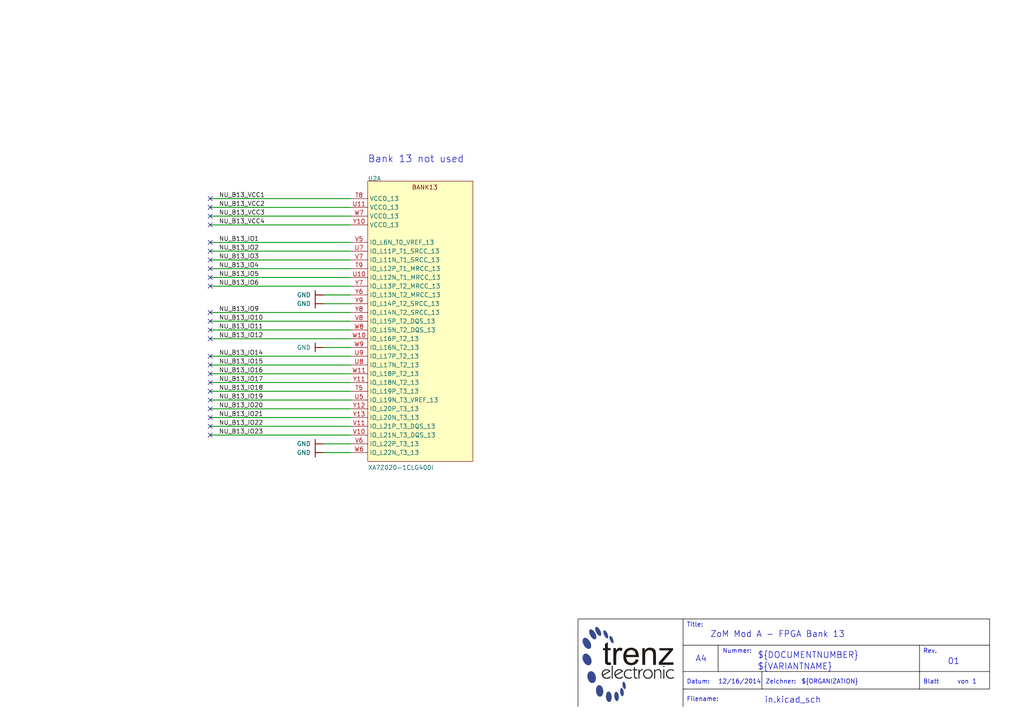
<source format=kicad_sch>
(kicad_sch (version 20230121) (generator eeschema)
  (paper "A4")
  (title_block (title "ZoM Mod A - FPGA Bank 13") (date "12/16/2014") (rev "01"))
  (lib_symbols
    (symbol "TE0719-altium-import:B13_0_XC7Z020-2CLG400C"
      (symbol "B13_0_XC7Z020-2CLG400C_1_0"
        (rectangle (start 30.48 0) (end 0 -81.28) (fill (type background)))
        (text "BANK13" (at 20.32 -2.54 0) (effects (font (size 1.27 1.27)) (justify right bottom)))
        (pin bidirectional line (at -5.08 -60.96 0) (length 5.08) (name "IO_L19P_T3_13") (number "T5"))
        (pin power_in line (at -5.08 -5.08 0) (length 5.08) (name "VCCO_13") (number "T8"))
        (pin bidirectional line (at -5.08 -25.4 0) (length 5.08) (name "IO_L12P_T1_MRCC_13") (number "T9"))
        (pin bidirectional line (at -5.08 -27.94 0) (length 5.08) (name "IO_L12N_T1_MRCC_13") (number "U10"))
        (pin power_in line (at -5.08 -7.62 0) (length 5.08) (name "VCCO_13") (number "U11"))
        (pin bidirectional line (at -5.08 -63.5 0) (length 5.08) (name "IO_L19N_T3_VREF_13") (number "U5"))
        (pin bidirectional line (at -5.08 -20.32 0) (length 5.08) (name "IO_L11P_T1_SRCC_13") (number "U7"))
        (pin bidirectional line (at -5.08 -53.34 0) (length 5.08) (name "IO_L17N_T2_13") (number "U8"))
        (pin bidirectional line (at -5.08 -50.8 0) (length 5.08) (name "IO_L17P_T2_13") (number "U9"))
        (pin bidirectional line (at -5.08 -73.66 0) (length 5.08) (name "IO_L21N_T3_DQS_13") (number "V10"))
        (pin bidirectional line (at -5.08 -71.12 0) (length 5.08) (name "IO_L21P_T3_DQS_13") (number "V11"))
        (pin bidirectional line (at -5.08 -17.78 0) (length 5.08) (name "IO_L6N_T0_VREF_13") (number "V5"))
        (pin bidirectional line (at -5.08 -76.2 0) (length 5.08) (name "IO_L22P_T3_13") (number "V6"))
        (pin bidirectional line (at -5.08 -22.86 0) (length 5.08) (name "IO_L11N_T1_SRCC_13") (number "V7"))
        (pin bidirectional line (at -5.08 -40.64 0) (length 5.08) (name "IO_L15P_T2_DQS_13") (number "V8"))
        (pin bidirectional line (at -5.08 -45.72 0) (length 5.08) (name "IO_L16P_T2_13") (number "W10"))
        (pin bidirectional line (at -5.08 -55.88 0) (length 5.08) (name "IO_L18P_T2_13") (number "W11"))
        (pin bidirectional line (at -5.08 -78.74 0) (length 5.08) (name "IO_L22N_T3_13") (number "W6"))
        (pin power_in line (at -5.08 -10.16 0) (length 5.08) (name "VCCO_13") (number "W7"))
        (pin bidirectional line (at -5.08 -43.18 0) (length 5.08) (name "IO_L15N_T2_DQS_13") (number "W8"))
        (pin bidirectional line (at -5.08 -48.26 0) (length 5.08) (name "IO_L16N_T2_13") (number "W9"))
        (pin power_in line (at -5.08 -12.7 0) (length 5.08) (name "VCCO_13") (number "Y10"))
        (pin bidirectional line (at -5.08 -58.42 0) (length 5.08) (name "IO_L18N_T2_13") (number "Y11"))
        (pin bidirectional line (at -5.08 -66.04 0) (length 5.08) (name "IO_L20P_T3_13") (number "Y12"))
        (pin bidirectional line (at -5.08 -68.58 0) (length 5.08) (name "IO_L20N_T3_13") (number "Y13"))
        (pin bidirectional line (at -5.08 -33.02 0) (length 5.08) (name "IO_L13N_T2_MRCC_13") (number "Y6"))
        (pin bidirectional line (at -5.08 -30.48 0) (length 5.08) (name "IO_L13P_T2_MRCC_13") (number "Y7"))
        (pin bidirectional line (at -5.08 -38.1 0) (length 5.08) (name "IO_L14N_T2_SRCC_13") (number "Y8"))
        (pin bidirectional line (at -5.08 -35.56 0) (length 5.08) (name "IO_L14P_T2_SRCC_13") (number "Y9"))
      )
      (symbol "B13_0_XC7Z020-2CLG400C_2_0"
        (rectangle (start 58.42 0) (end 0 -81.28) (fill (type background)))
        (text "BANK34" (at 33.02 -2.54 0) (effects (font (size 1.27 1.27)) (justify right bottom)))
        (pin bidirectional line (at 63.5 -71.12 180) (length 5.08) (name "IO_L23P_T3_34") (number "N17"))
        (pin bidirectional line (at 63.5 -20.32 180) (length 5.08) (name "IO_L13P_T2_MRCC_34") (number "N18"))
        (pin power_in line (at -5.08 -5.08 0) (length 5.08) (name "VCCO_34") (number "N19"))
        (pin bidirectional line (at 63.5 -25.4 180) (length 5.08) (name "IO_L14P_T2_SRCC_34") (number "N20"))
        (pin bidirectional line (at -5.08 -60.96 0) (length 5.08) (name "IO_L6P_T0_34") (number "P14"))
        (pin bidirectional line (at 63.5 -76.2 180) (length 5.08) (name "IO_L24P_T3_34") (number "P15"))
        (pin bidirectional line (at 63.5 -78.74 180) (length 5.08) (name "IO_L24N_T3_34") (number "P16"))
        (pin bidirectional line (at 63.5 -73.66 180) (length 5.08) (name "IO_L23N_T3_34") (number "P18"))
        (pin bidirectional line (at 63.5 -22.86 180) (length 5.08) (name "IO_L13N_T2_MRCC_34") (number "P19"))
        (pin bidirectional line (at 63.5 -27.94 180) (length 5.08) (name "IO_L14N_T2_SRCC_34") (number "P20"))
        (pin bidirectional line (at -5.08 -63.5 0) (length 5.08) (name "IO_L6N_T0_VREF_34") (number "R14"))
        (pin power_in line (at -5.08 -7.62 0) (length 5.08) (name "VCCO_34") (number "R15"))
        (pin bidirectional line (at 63.5 -50.8 180) (length 5.08) (name "IO_L19P_T3_34") (number "R16"))
        (pin bidirectional line (at 63.5 -53.34 180) (length 5.08) (name "IO_L19N_T3_VREF_34") (number "R17"))
        (pin bidirectional line (at 63.5 -58.42 180) (length 5.08) (name "IO_L20N_T3_34") (number "R18"))
        (pin bidirectional line (at -5.08 -25.4 0) (length 5.08) (name "IO_0_34") (number "R19"))
        (pin bidirectional line (at -5.08 -38.1 0) (length 5.08) (name "IO_L1N_T0_34") (number "T10"))
        (pin bidirectional line (at -5.08 -35.56 0) (length 5.08) (name "IO_L1P_T0_34") (number "T11"))
        (pin bidirectional line (at -5.08 -40.64 0) (length 5.08) (name "IO_L2P_T0_34") (number "T12"))
        (pin bidirectional line (at -5.08 -55.88 0) (length 5.08) (name "IO_L5P_T0_34") (number "T14"))
        (pin bidirectional line (at -5.08 -58.42 0) (length 5.08) (name "IO_L5N_T0_34") (number "T15"))
        (pin bidirectional line (at -5.08 -76.2 0) (length 5.08) (name "IO_L9P_T1_DQS_34") (number "T16"))
        (pin bidirectional line (at 63.5 -55.88 180) (length 5.08) (name "IO_L20P_T3_34") (number "T17"))
        (pin power_in line (at -5.08 -10.16 0) (length 5.08) (name "VCCO_34") (number "T18"))
        (pin bidirectional line (at -5.08 -30.48 0) (length 5.08) (name "IO_25_34") (number "T19"))
        (pin bidirectional line (at 63.5 -30.48 180) (length 5.08) (name "IO_L15P_T2_DQS_34") (number "T20"))
        (pin bidirectional line (at -5.08 -43.18 0) (length 5.08) (name "IO_L2N_T0_34") (number "U12"))
        (pin bidirectional line (at -5.08 -45.72 0) (length 5.08) (name "IO_L3P_T0_DQS_PUDC_B_34") (number "U13"))
        (pin bidirectional line (at 63.5 -10.16 180) (length 5.08) (name "IO_L11P_T1_SRCC_34") (number "U14"))
        (pin bidirectional line (at 63.5 -12.7 180) (length 5.08) (name "IO_L11N_T1_SRCC_34") (number "U15"))
        (pin bidirectional line (at -5.08 -78.74 0) (length 5.08) (name "IO_L9N_T1_DQS_34") (number "U17"))
        (pin bidirectional line (at 63.5 -15.24 180) (length 5.08) (name "IO_L12P_T1_MRCC_34") (number "U18"))
        (pin bidirectional line (at 63.5 -17.78 180) (length 5.08) (name "IO_L12N_T1_MRCC_34") (number "U19"))
        (pin bidirectional line (at 63.5 -33.02 180) (length 5.08) (name "IO_L15N_T2_DQS_34") (number "U20"))
        (pin bidirectional line (at -5.08 -50.8 0) (length 5.08) (name "IO_L4P_T0_34") (number "V12"))
        (pin bidirectional line (at -5.08 -48.26 0) (length 5.08) (name "IO_L3N_T0_DQS_34") (number "V13"))
        (pin power_in line (at -5.08 -12.7 0) (length 5.08) (name "VCCO_34") (number "V14"))
        (pin bidirectional line (at 63.5 -5.08 180) (length 5.08) (name "IO_L10P_T1_34") (number "V15"))
        (pin bidirectional line (at 63.5 -45.72 180) (length 5.08) (name "IO_L18P_T2_34") (number "V16"))
        (pin bidirectional line (at 63.5 -60.96 180) (length 5.08) (name "IO_L21P_T3_DQS_34") (number "V17"))
        (pin bidirectional line (at 63.5 -63.5 180) (length 5.08) (name "IO_L21N_T3_DQS_34") (number "V18"))
        (pin bidirectional line (at 63.5 -35.56 180) (length 5.08) (name "IO_L16P_T2_34") (number "V20"))
        (pin bidirectional line (at -5.08 -53.34 0) (length 5.08) (name "IO_L4N_T0_34") (number "W13"))
        (pin bidirectional line (at -5.08 -71.12 0) (length 5.08) (name "IO_L8P_T1_34") (number "W14"))
        (pin bidirectional line (at 63.5 -7.62 180) (length 5.08) (name "IO_L10N_T1_34") (number "W15"))
        (pin bidirectional line (at 63.5 -48.26 180) (length 5.08) (name "IO_L18N_T2_34") (number "W16"))
        (pin power_in line (at -5.08 -15.24 0) (length 5.08) (name "VCCO_34") (number "W17"))
        (pin bidirectional line (at 63.5 -66.04 180) (length 5.08) (name "IO_L22P_T3_34") (number "W18"))
        (pin bidirectional line (at 63.5 -68.58 180) (length 5.08) (name "IO_L22N_T3_34") (number "W19"))
        (pin bidirectional line (at 63.5 -38.1 180) (length 5.08) (name "IO_L16N_T2_34") (number "W20"))
        (pin bidirectional line (at -5.08 -73.66 0) (length 5.08) (name "IO_L8N_T1_34") (number "Y14"))
        (pin bidirectional line (at -5.08 -66.04 0) (length 5.08) (name "IO_L7P_T1_34") (number "Y16"))
        (pin bidirectional line (at -5.08 -68.58 0) (length 5.08) (name "IO_L7N_T1_34") (number "Y17"))
        (pin bidirectional line (at 63.5 -40.64 180) (length 5.08) (name "IO_L17P_T2_34") (number "Y18"))
        (pin bidirectional line (at 63.5 -43.18 180) (length 5.08) (name "IO_L17N_T2_34") (number "Y19"))
        (pin power_in line (at -5.08 -17.78 0) (length 5.08) (name "VCCO_34") (number "Y20"))
      )
      (symbol "B13_0_XC7Z020-2CLG400C_3_0"
        (rectangle (start 58.42 0) (end 0 -81.28) (fill (type background)))
        (text "BANK35" (at 33.02 -2.54 0) (effects (font (size 1.27 1.27)) (justify right bottom)))
        (pin bidirectional line (at -5.08 -43.18 0) (length 5.08) (name "IO_L2N_T0_AD8N_35") (number "A20"))
        (pin bidirectional line (at -5.08 -40.64 0) (length 5.08) (name "IO_L2P_T0_AD8P_35") (number "B19"))
        (pin bidirectional line (at -5.08 -38.1 0) (length 5.08) (name "IO_L1N_T0_AD0N_35") (number "B20"))
        (pin power_in line (at -5.08 -5.08 0) (length 5.08) (name "VCCO_35") (number "C19"))
        (pin bidirectional line (at -5.08 -35.56 0) (length 5.08) (name "IO_L1P_T0_AD0P_35") (number "C20"))
        (pin bidirectional line (at -5.08 -48.26 0) (length 5.08) (name "IO_L3N_T0_DQS_AD1N_35") (number "D18"))
        (pin bidirectional line (at -5.08 -50.8 0) (length 5.08) (name "IO_L4P_T0_35") (number "D19"))
        (pin bidirectional line (at -5.08 -53.34 0) (length 5.08) (name "IO_L4N_T0_35") (number "D20"))
        (pin bidirectional line (at -5.08 -45.72 0) (length 5.08) (name "IO_L3P_T0_DQS_AD1P_35") (number "E17"))
        (pin bidirectional line (at -5.08 -55.88 0) (length 5.08) (name "IO_L5P_T0_AD9P_35") (number "E18"))
        (pin bidirectional line (at -5.08 -58.42 0) (length 5.08) (name "IO_L5N_T0_AD9N_35") (number "E19"))
        (pin bidirectional line (at -5.08 -60.96 0) (length 5.08) (name "IO_L6P_T0_35") (number "F16"))
        (pin bidirectional line (at -5.08 -63.5 0) (length 5.08) (name "IO_L6N_T0_VREF_35") (number "F17"))
        (pin power_in line (at -5.08 -7.62 0) (length 5.08) (name "VCCO_35") (number "F18"))
        (pin bidirectional line (at 63.5 -30.48 180) (length 5.08) (name "IO_L15P_T2_DQS_AD12P_35") (number "F19"))
        (pin bidirectional line (at 63.5 -33.02 180) (length 5.08) (name "IO_L15N_T2_DQS_AD12N_35") (number "F20"))
        (pin bidirectional line (at -5.08 -25.4 0) (length 5.08) (name "IO_0_35") (number "G14"))
        (pin bidirectional line (at 63.5 -53.34 180) (length 5.08) (name "IO_L19N_T3_VREF_35") (number "G15"))
        (pin bidirectional line (at 63.5 -35.56 180) (length 5.08) (name "IO_L16P_T2_35") (number "G17"))
        (pin bidirectional line (at 63.5 -38.1 180) (length 5.08) (name "IO_L16N_T2_35") (number "G18"))
        (pin bidirectional line (at 63.5 -45.72 180) (length 5.08) (name "IO_L18P_T2_AD13P_35") (number "G19"))
        (pin bidirectional line (at 63.5 -48.26 180) (length 5.08) (name "IO_L18N_T2_AD13N_35") (number "G20"))
        (pin power_in line (at -5.08 -10.16 0) (length 5.08) (name "VCCO_35") (number "H14"))
        (pin bidirectional line (at 63.5 -50.8 180) (length 5.08) (name "IO_L19P_T3_35") (number "H15"))
        (pin bidirectional line (at 63.5 -20.32 180) (length 5.08) (name "IO_L13P_T2_MRCC_35") (number "H16"))
        (pin bidirectional line (at 63.5 -22.86 180) (length 5.08) (name "IO_L13N_T2_MRCC_35") (number "H17"))
        (pin bidirectional line (at 63.5 -27.94 180) (length 5.08) (name "IO_L14N_T2_AD4N_SRCC_35") (number "H18"))
        (pin bidirectional line (at 63.5 -43.18 180) (length 5.08) (name "IO_L17N_T2_AD5N_35") (number "H20"))
        (pin bidirectional line (at 63.5 -58.42 180) (length 5.08) (name "IO_L20N_T3_AD6N_35") (number "J14"))
        (pin bidirectional line (at -5.08 -30.48 0) (length 5.08) (name "IO_25_35") (number "J15"))
        (pin bidirectional line (at 63.5 -78.74 180) (length 5.08) (name "IO_L24N_T3_AD15N_35") (number "J16"))
        (pin power_in line (at -5.08 -12.7 0) (length 5.08) (name "VCCO_35") (number "J17"))
        (pin bidirectional line (at 63.5 -25.4 180) (length 5.08) (name "IO_L14P_T2_AD4P_SRCC_35") (number "J18"))
        (pin bidirectional line (at 63.5 -7.62 180) (length 5.08) (name "IO_L10N_T1_AD11N_35") (number "J19"))
        (pin bidirectional line (at 63.5 -40.64 180) (length 5.08) (name "IO_L17P_T2_AD5P_35") (number "J20"))
        (pin bidirectional line (at 63.5 -55.88 180) (length 5.08) (name "IO_L20P_T3_AD6P_35") (number "K14"))
        (pin bidirectional line (at 63.5 -76.2 180) (length 5.08) (name "IO_L24P_T3_AD15P_35") (number "K16"))
        (pin bidirectional line (at 63.5 -15.24 180) (length 5.08) (name "IO_L12P_T1_MRCC_35") (number "K17"))
        (pin bidirectional line (at 63.5 -17.78 180) (length 5.08) (name "IO_L12N_T1_MRCC_35") (number "K18"))
        (pin bidirectional line (at 63.5 -5.08 180) (length 5.08) (name "IO_L10P_T1_AD11P_35") (number "K19"))
        (pin power_in line (at -5.08 -15.24 0) (length 5.08) (name "VCCO_35") (number "K20"))
        (pin bidirectional line (at 63.5 -66.04 180) (length 5.08) (name "IO_L22P_T3_AD7P_35") (number "L14"))
        (pin bidirectional line (at 63.5 -68.58 180) (length 5.08) (name "IO_L22N_T3_AD7N_35") (number "L15"))
        (pin bidirectional line (at 63.5 -10.16 180) (length 5.08) (name "IO_L11P_T1_SRCC_35") (number "L16"))
        (pin bidirectional line (at 63.5 -12.7 180) (length 5.08) (name "IO_L11N_T1_SRCC_35") (number "L17"))
        (pin bidirectional line (at -5.08 -76.2 0) (length 5.08) (name "IO_L9P_T1_DQS_AD3P_35") (number "L19"))
        (pin bidirectional line (at -5.08 -78.74 0) (length 5.08) (name "IO_L9N_T1_DQS_AD3N_35") (number "L20"))
        (pin bidirectional line (at 63.5 -71.12 180) (length 5.08) (name "IO_L23P_T3_35") (number "M14"))
        (pin bidirectional line (at 63.5 -73.66 180) (length 5.08) (name "IO_L23N_T3_35") (number "M15"))
        (pin power_in line (at -5.08 -17.78 0) (length 5.08) (name "VCCO_35") (number "M16"))
        (pin bidirectional line (at -5.08 -71.12 0) (length 5.08) (name "IO_L8P_T1_AD10P_35") (number "M17"))
        (pin bidirectional line (at -5.08 -73.66 0) (length 5.08) (name "IO_L8N_T1_AD10N_35") (number "M18"))
        (pin bidirectional line (at -5.08 -66.04 0) (length 5.08) (name "IO_L7P_T1_AD2P_35") (number "M19"))
        (pin bidirectional line (at -5.08 -68.58 0) (length 5.08) (name "IO_L7N_T1_AD2N_35") (number "M20"))
        (pin bidirectional line (at 63.5 -60.96 180) (length 5.08) (name "IO_L21P_T3_DQS_AD14P_35") (number "N15"))
        (pin bidirectional line (at 63.5 -63.5 180) (length 5.08) (name "IO_L21N_T3_DQS_AD14N_35") (number "N16"))
      )
      (symbol "B13_0_XC7Z020-2CLG400C_4_0"
        (rectangle (start 45.72 0) (end 0 -35.56) (fill (type background)))
        (text "BANK500" (at 27.94 -2.54 0) (effects (font (size 1.27 1.27)) (justify right bottom)))
        (pin bidirectional line (at 50.8 -10.16 180) (length 5.08) (name "PS_MIO6_500") (number "A5"))
        (pin bidirectional line (at 50.8 -7.62 180) (length 5.08) (name "PS_MIO5_500") (number "A6"))
        (pin bidirectional line (at -5.08 -27.94 0) (length 5.08) (name "PS_MIO1_500") (number "A7"))
        (pin bidirectional line (at 50.8 -17.78 180) (length 5.08) (name "PS_MIO9_500") (number "B5"))
        (pin power_in line (at -5.08 -5.08 0) (length 5.08) (name "VCCO_MIO0_500") (number "B6"))
        (pin bidirectional line (at 50.8 -5.08 180) (length 5.08) (name "PS_MIO4_500") (number "B7"))
        (pin bidirectional line (at -5.08 -30.48 0) (length 5.08) (name "PS_MIO2_500") (number "B8"))
        (pin bidirectional line (at 50.8 -30.48 180) (length 5.08) (name "PS_MIO14_500") (number "C5"))
        (pin bidirectional line (at 50.8 -22.86 180) (length 5.08) (name "PS_MIO11_500") (number "C6"))
        (pin input line (at -5.08 -17.78 0) (length 5.08) (name "PS_POR_B_500") (number "C7"))
        (pin bidirectional line (at 50.8 -33.02 180) (length 5.08) (name "PS_MIO15_500") (number "C8"))
        (pin bidirectional line (at 50.8 -15.24 180) (length 5.08) (name "PS_MIO8_500") (number "D5"))
        (pin bidirectional line (at -5.08 -33.02 0) (length 5.08) (name "PS_MIO3_500") (number "D6"))
        (pin power_in line (at -5.08 -7.62 0) (length 5.08) (name "VCCO_MIO0_500") (number "D7"))
        (pin bidirectional line (at 50.8 -12.7 180) (length 5.08) (name "PS_MIO7_500") (number "D8"))
        (pin bidirectional line (at 50.8 -25.4 180) (length 5.08) (name "PS_MIO12_500") (number "D9"))
        (pin bidirectional line (at -5.08 -25.4 0) (length 5.08) (name "PS_MIO0_500") (number "E6"))
        (pin input line (at -5.08 -12.7 0) (length 5.08) (name "PS_CLK_500") (number "E7"))
        (pin bidirectional line (at 50.8 -27.94 180) (length 5.08) (name "PS_MIO13_500") (number "E8"))
        (pin bidirectional line (at 50.8 -20.32 180) (length 5.08) (name "PS_MIO10_500") (number "E9"))
      )
      (symbol "B13_0_XC7Z020-2CLG400C_5_0"
        (rectangle (start 50.8 0) (end 0 -66.04) (fill (type background)))
        (text "BANK501" (at 30.48 -2.54 0) (effects (font (size 1.27 1.27)) (justify right bottom)))
        (pin bidirectional line (at 55.88 -22.86 180) (length 5.08) (name "PS_MIO37_501") (number "A10"))
        (pin bidirectional line (at 55.88 -20.32 180) (length 5.08) (name "PS_MIO36_501") (number "A11"))
        (pin bidirectional line (at 55.88 -15.24 180) (length 5.08) (name "PS_MIO34_501") (number "A12"))
        (pin power_in line (at -5.08 -5.08 0) (length 5.08) (name "VCCO_MIO1_501") (number "A13"))
        (pin bidirectional line (at 55.88 -10.16 180) (length 5.08) (name "PS_MIO32_501") (number "A14"))
        (pin bidirectional line (at -5.08 -55.88 0) (length 5.08) (name "PS_MIO26_501") (number "A15"))
        (pin bidirectional line (at -5.08 -50.8 0) (length 5.08) (name "PS_MIO24_501") (number "A16"))
        (pin bidirectional line (at -5.08 -40.64 0) (length 5.08) (name "PS_MIO20_501") (number "A17"))
        (pin bidirectional line (at -5.08 -30.48 0) (length 5.08) (name "PS_MIO16_501") (number "A19"))
        (pin bidirectional line (at 55.88 -38.1 180) (length 5.08) (name "PS_MIO43_501") (number "A9"))
        (pin passive line (at -5.08 -22.86 0) (length 5.08) (name "PS_SRST_B_501") (number "B10"))
        (pin bidirectional line (at 55.88 -50.8 180) (length 5.08) (name "PS_MIO48_501") (number "B12"))
        (pin bidirectional line (at 55.88 -55.88 180) (length 5.08) (name "PS_MIO50_501") (number "B13"))
        (pin bidirectional line (at 55.88 -48.26 180) (length 5.08) (name "PS_MIO47_501") (number "B14"))
        (pin bidirectional line (at 55.88 -43.18 180) (length 5.08) (name "PS_MIO45_501") (number "B15"))
        (pin power_in line (at -5.08 -7.62 0) (length 5.08) (name "VCCO_MIO1_501") (number "B16"))
        (pin bidirectional line (at -5.08 -45.72 0) (length 5.08) (name "PS_MIO22_501") (number "B17"))
        (pin bidirectional line (at -5.08 -35.56 0) (length 5.08) (name "PS_MIO18_501") (number "B18"))
        (pin bidirectional line (at 55.88 -58.42 180) (length 5.08) (name "PS_MIO51_501") (number "B9"))
        (pin bidirectional line (at 55.88 -60.96 180) (length 5.08) (name "PS_MIO52_501") (number "C10"))
        (pin bidirectional line (at 55.88 -63.5 180) (length 5.08) (name "PS_MIO53_501") (number "C11"))
        (pin bidirectional line (at 55.88 -53.34 180) (length 5.08) (name "PS_MIO49_501") (number "C12"))
        (pin bidirectional line (at -5.08 -63.5 0) (length 5.08) (name "PS_MIO29_501") (number "C13"))
        (pin bidirectional line (at 55.88 -5.08 180) (length 5.08) (name "PS_MIO30_501") (number "C15"))
        (pin bidirectional line (at -5.08 -60.96 0) (length 5.08) (name "PS_MIO28_501") (number "C16"))
        (pin bidirectional line (at 55.88 -33.02 180) (length 5.08) (name "PS_MIO41_501") (number "C17"))
        (pin bidirectional line (at 55.88 -27.94 180) (length 5.08) (name "PS_MIO39_501") (number "C18"))
        (pin bidirectional line (at -5.08 -38.1 0) (length 5.08) (name "PS_MIO19_501") (number "D10"))
        (pin bidirectional line (at -5.08 -48.26 0) (length 5.08) (name "PS_MIO23_501") (number "D11"))
        (pin power_in line (at -5.08 -10.16 0) (length 5.08) (name "VCCO_MIO1_501") (number "D12"))
        (pin bidirectional line (at -5.08 -58.42 0) (length 5.08) (name "PS_MIO27_501") (number "D13"))
        (pin bidirectional line (at 55.88 -30.48 180) (length 5.08) (name "PS_MIO40_501") (number "D14"))
        (pin bidirectional line (at 55.88 -12.7 180) (length 5.08) (name "PS_MIO33_501") (number "D15"))
        (pin bidirectional line (at 55.88 -45.72 180) (length 5.08) (name "PS_MIO46_501") (number "D16"))
        (pin bidirectional line (at -5.08 -17.78 0) (length 5.08) (name "PS_MIO_VREF_501") (number "E11"))
        (pin bidirectional line (at 55.88 -35.56 180) (length 5.08) (name "PS_MIO42_501") (number "E12"))
        (pin bidirectional line (at 55.88 -25.4 180) (length 5.08) (name "PS_MIO38_501") (number "E13"))
        (pin bidirectional line (at -5.08 -33.02 0) (length 5.08) (name "PS_MIO17_501") (number "E14"))
        (pin power_in line (at -5.08 -12.7 0) (length 5.08) (name "VCCO_MIO1_501") (number "E15"))
        (pin bidirectional line (at 55.88 -7.62 180) (length 5.08) (name "PS_MIO31_501") (number "E16"))
        (pin bidirectional line (at 55.88 -17.78 180) (length 5.08) (name "PS_MIO35_501") (number "F12"))
        (pin bidirectional line (at 55.88 -40.64 180) (length 5.08) (name "PS_MIO44_501") (number "F13"))
        (pin bidirectional line (at -5.08 -43.18 0) (length 5.08) (name "PS_MIO21_501") (number "F14"))
        (pin bidirectional line (at -5.08 -53.34 0) (length 5.08) (name "PS_MIO25_501") (number "F15"))
      )
      (symbol "B13_0_XC7Z020-2CLG400C_6_0"
        (rectangle (start 50.8 0) (end 0 -149.86) (fill (type background)))
        (text "BANK502" (at 33.02 -2.54 0) (effects (font (size 1.27 1.27)) (justify right bottom)))
        (pin output line (at 55.88 -55.88 180) (length 5.08) (name "PS_DDR_DM0_502") (number "A1"))
        (pin bidirectional line (at -5.08 -43.18 0) (length 5.08) (name "PS_DDR_DQ2_502") (number "A2"))
        (pin power_in line (at -5.08 -2.54 0) (length 5.08) (name "VCCO_DDR_502") (number "A3"))
        (pin bidirectional line (at -5.08 -45.72 0) (length 5.08) (name "PS_DDR_DQ3_502") (number "A4"))
        (pin bidirectional line (at -5.08 -124.46 0) (length 5.08) (name "PS_DDR_DQS_N0_502") (number "B2"))
        (pin bidirectional line (at -5.08 -40.64 0) (length 5.08) (name "PS_DDR_DQ1_502") (number "B3"))
        (pin output line (at 55.88 -116.84 180) (length 5.08) (name "PS_DDR_DRST_B_502") (number "B4"))
        (pin bidirectional line (at -5.08 -53.34 0) (length 5.08) (name "PS_DDR_DQ6_502") (number "C1"))
        (pin bidirectional line (at -5.08 -121.92 0) (length 5.08) (name "PS_DDR_DQS_P0_502") (number "C2"))
        (pin bidirectional line (at -5.08 -38.1 0) (length 5.08) (name "PS_DDR_DQ0_502") (number "C3"))
        (pin bidirectional line (at -5.08 -50.8 0) (length 5.08) (name "PS_DDR_DQ5_502") (number "D1"))
        (pin power_in line (at -5.08 -5.08 0) (length 5.08) (name "VCCO_DDR_502") (number "D2"))
        (pin bidirectional line (at -5.08 -48.26 0) (length 5.08) (name "PS_DDR_DQ4_502") (number "D3"))
        (pin output line (at 55.88 -38.1 180) (length 5.08) (name "PS_DDR_A13_502") (number "D4"))
        (pin bidirectional line (at -5.08 -55.88 0) (length 5.08) (name "PS_DDR_DQ7_502") (number "E1"))
        (pin bidirectional line (at -5.08 -58.42 0) (length 5.08) (name "PS_DDR_DQ8_502") (number "E2"))
        (pin bidirectional line (at -5.08 -60.96 0) (length 5.08) (name "PS_DDR_DQ9_502") (number "E3"))
        (pin output line (at 55.88 -35.56 180) (length 5.08) (name "PS_DDR_A12_502") (number "E4"))
        (pin power_in line (at -5.08 -7.62 0) (length 5.08) (name "VCCO_DDR_502") (number "E5"))
        (pin output line (at 55.88 -58.42 180) (length 5.08) (name "PS_DDR_DM1_502") (number "F1"))
        (pin bidirectional line (at -5.08 -132.08 0) (length 5.08) (name "PS_DDR_DQS_N1_502") (number "F2"))
        (pin output line (at 55.88 -40.64 180) (length 5.08) (name "PS_DDR_A14_502") (number "F4"))
        (pin output line (at 55.88 -30.48 180) (length 5.08) (name "PS_DDR_A10_502") (number "F5"))
        (pin power_in line (at -5.08 -10.16 0) (length 5.08) (name "VCCO_DDR_502") (number "G1"))
        (pin bidirectional line (at -5.08 -129.54 0) (length 5.08) (name "PS_DDR_DQS_P1_502") (number "G2"))
        (pin bidirectional line (at -5.08 -63.5 0) (length 5.08) (name "PS_DDR_DQ10_502") (number "G3"))
        (pin output line (at 55.88 -33.02 180) (length 5.08) (name "PS_DDR_A11_502") (number "G4"))
        (pin output line (at 55.88 -78.74 180) (length 5.08) (name "PS_DDR_VRN_502") (number "G5"))
        (pin bidirectional line (at -5.08 -73.66 0) (length 5.08) (name "PS_DDR_DQ14_502") (number "H1"))
        (pin bidirectional line (at -5.08 -71.12 0) (length 5.08) (name "PS_DDR_DQ13_502") (number "H2"))
        (pin bidirectional line (at -5.08 -66.04 0) (length 5.08) (name "PS_DDR_DQ11_502") (number "H3"))
        (pin power_in line (at -5.08 -12.7 0) (length 5.08) (name "VCCO_DDR_502") (number "H4"))
        (pin output line (at 55.88 -76.2 180) (length 5.08) (name "PS_DDR_VRP_502") (number "H5"))
        (pin power_in line (at -5.08 -30.48 0) (length 5.08) (name "PS_DDR_VREF0_502") (number "H6"))
        (pin bidirectional line (at -5.08 -76.2 0) (length 5.08) (name "PS_DDR_DQ15_502") (number "J1"))
        (pin bidirectional line (at -5.08 -68.58 0) (length 5.08) (name "PS_DDR_DQ12_502") (number "J3"))
        (pin output line (at 55.88 -27.94 180) (length 5.08) (name "PS_DDR_A9_502") (number "J4"))
        (pin output line (at 55.88 -50.8 180) (length 5.08) (name "PS_DDR_BA2_502") (number "J5"))
        (pin output line (at 55.88 -25.4 180) (length 5.08) (name "PS_DDR_A8_502") (number "K1"))
        (pin output line (at 55.88 -7.62 180) (length 5.08) (name "PS_DDR_A1_502") (number "K2"))
        (pin output line (at 55.88 -12.7 180) (length 5.08) (name "PS_DDR_A3_502") (number "K3"))
        (pin output line (at 55.88 -22.86 180) (length 5.08) (name "PS_DDR_A7_502") (number "K4"))
        (pin output line (at 55.88 -17.78 180) (length 5.08) (name "PS_DDR_A5_502") (number "L1"))
        (pin output line (at 55.88 -68.58 180) (length 5.08) (name "PS_DDR_CKP_502") (number "L2"))
        (pin power_in line (at -5.08 -15.24 0) (length 5.08) (name "VCCO_DDR_502") (number "L3"))
        (pin output line (at 55.88 -20.32 180) (length 5.08) (name "PS_DDR_A6_502") (number "L4"))
        (pin output line (at 55.88 -45.72 180) (length 5.08) (name "PS_DDR_BA0_502") (number "L5"))
        (pin output line (at 55.88 -71.12 180) (length 5.08) (name "PS_DDR_CKN_502") (number "M2"))
        (pin output line (at 55.88 -10.16 180) (length 5.08) (name "PS_DDR_A2_502") (number "M3"))
        (pin output line (at 55.88 -15.24 180) (length 5.08) (name "PS_DDR_A4_502") (number "M4"))
        (pin output line (at 55.88 -101.6 180) (length 5.08) (name "PS_DDR_WE_B_502") (number "M5"))
        (pin output line (at 55.88 -91.44 180) (length 5.08) (name "PS_DDR_CS_B_502") (number "N1"))
        (pin output line (at 55.88 -5.08 180) (length 5.08) (name "PS_DDR_A0_502") (number "N2"))
        (pin output line (at 55.88 -96.52 180) (length 5.08) (name "PS_DDR_CKE_502") (number "N3"))
        (pin output line (at 55.88 -86.36 180) (length 5.08) (name "PS_DDR_ODT_502") (number "N5"))
        (pin bidirectional line (at -5.08 -78.74 0) (length 5.08) (name "PS_DDR_DQ16_502") (number "P1"))
        (pin power_in line (at -5.08 -17.78 0) (length 5.08) (name "VCCO_DDR_502") (number "P2"))
        (pin bidirectional line (at -5.08 -81.28 0) (length 5.08) (name "PS_DDR_DQ17_502") (number "P3"))
        (pin output line (at 55.88 -111.76 180) (length 5.08) (name "PS_DDR_RAS_B_502") (number "P4"))
        (pin output line (at 55.88 -106.68 180) (length 5.08) (name "PS_DDR_CAS_B_502") (number "P5"))
        (pin power_in line (at -5.08 -33.02 0) (length 5.08) (name "PS_DDR_VREF1_502") (number "P6"))
        (pin bidirectional line (at -5.08 -86.36 0) (length 5.08) (name "PS_DDR_DQ19_502") (number "R1"))
        (pin bidirectional line (at -5.08 -137.16 0) (length 5.08) (name "PS_DDR_DQS_P2_502") (number "R2"))
        (pin bidirectional line (at -5.08 -83.82 0) (length 5.08) (name "PS_DDR_DQ18_502") (number "R3"))
        (pin output line (at 55.88 -48.26 180) (length 5.08) (name "PS_DDR_BA1_502") (number "R4"))
        (pin power_in line (at -5.08 -20.32 0) (length 5.08) (name "VCCO_DDR_502") (number "R5"))
        (pin output line (at 55.88 -60.96 180) (length 5.08) (name "PS_DDR_DM2_502") (number "T1"))
        (pin bidirectional line (at -5.08 -139.7 0) (length 5.08) (name "PS_DDR_DQS_N2_502") (number "T2"))
        (pin bidirectional line (at -5.08 -88.9 0) (length 5.08) (name "PS_DDR_DQ20_502") (number "T4"))
        (pin power_in line (at -5.08 -22.86 0) (length 5.08) (name "VCCO_DDR_502") (number "U1"))
        (pin bidirectional line (at -5.08 -93.98 0) (length 5.08) (name "PS_DDR_DQ22_502") (number "U2"))
        (pin bidirectional line (at -5.08 -96.52 0) (length 5.08) (name "PS_DDR_DQ23_502") (number "U3"))
        (pin bidirectional line (at -5.08 -91.44 0) (length 5.08) (name "PS_DDR_DQ21_502") (number "U4"))
        (pin bidirectional line (at -5.08 -99.06 0) (length 5.08) (name "PS_DDR_DQ24_502") (number "V1"))
        (pin bidirectional line (at -5.08 -114.3 0) (length 5.08) (name "PS_DDR_DQ30_502") (number "V2"))
        (pin bidirectional line (at -5.08 -116.84 0) (length 5.08) (name "PS_DDR_DQ31_502") (number "V3"))
        (pin power_in line (at -5.08 -25.4 0) (length 5.08) (name "VCCO_DDR_502") (number "V4"))
        (pin bidirectional line (at -5.08 -104.14 0) (length 5.08) (name "PS_DDR_DQ26_502") (number "W1"))
        (pin bidirectional line (at -5.08 -111.76 0) (length 5.08) (name "PS_DDR_DQ29_502") (number "W3"))
        (pin bidirectional line (at -5.08 -147.32 0) (length 5.08) (name "PS_DDR_DQS_N3_502") (number "W4"))
        (pin bidirectional line (at -5.08 -144.78 0) (length 5.08) (name "PS_DDR_DQS_P3_502") (number "W5"))
        (pin output line (at 55.88 -63.5 180) (length 5.08) (name "PS_DDR_DM3_502") (number "Y1"))
        (pin bidirectional line (at -5.08 -109.22 0) (length 5.08) (name "PS_DDR_DQ28_502") (number "Y2"))
        (pin bidirectional line (at -5.08 -101.6 0) (length 5.08) (name "PS_DDR_DQ25_502") (number "Y3"))
        (pin bidirectional line (at -5.08 -106.68 0) (length 5.08) (name "PS_DDR_DQ27_502") (number "Y4"))
      )
      (symbol "B13_0_XC7Z020-2CLG400C_7_0"
        (rectangle (start 35.56 0) (end 0 -60.96) (fill (type background)))
        (pin power_in line (at -5.08 -22.86 0) (length 5.08) (name "RSVDGND") (number "F10"))
        (pin power_in line (at -5.08 -7.62 0) (length 5.08) (name "VCCBATT_0") (number "F11"))
        (pin output line (at -5.08 -48.26 0) (length 5.08) (name "TDO_0") (number "F6"))
        (pin input line (at -5.08 -50.8 0) (length 5.08) (name "TCK_0") (number "F9"))
        (pin input line (at -5.08 -45.72 0) (length 5.08) (name "TDI_0") (number "G6"))
        (pin power_in line (at 40.64 -30.48 180) (length 5.08) (name "GNDADC_0") (number "J10"))
        (pin input line (at -5.08 -53.34 0) (length 5.08) (name "TMS_0") (number "J6"))
        (pin power_in line (at 40.64 -2.54 180) (length 5.08) (name "VCCADC_0") (number "J9"))
        (pin bidirectional line (at 40.64 -10.16 180) (length 5.08) (name "VREFN_0") (number "K10"))
        (pin power_in line (at -5.08 -2.54 0) (length 5.08) (name "VCCO_0") (number "K6"))
        (pin input line (at 40.64 -15.24 180) (length 5.08) (name "VP_0") (number "K9"))
        (pin input line (at 40.64 -17.78 180) (length 5.08) (name "VN_0") (number "L10"))
        (pin bidirectional line (at -5.08 -35.56 0) (length 5.08) (name "PROGRAM_B_0") (number "L6"))
        (pin bidirectional line (at 40.64 -7.62 180) (length 5.08) (name "VREFP_0") (number "L9"))
        (pin input line (at 40.64 -25.4 180) (length 5.08) (name "DXN_0") (number "M10"))
        (pin input line (at -5.08 -40.64 0) (length 5.08) (name "CFGBVS_0") (number "M6"))
        (pin input line (at 40.64 -22.86 180) (length 5.08) (name "DXP_0") (number "M9"))
        (pin power_in line (at -5.08 -17.78 0) (length 5.08) (name "RSVDVCC3") (number "N6"))
        (pin input line (at -5.08 -58.42 0) (length 5.08) (name "INIT_B_0") (number "R10"))
        (pin bidirectional line (at -5.08 -30.48 0) (length 5.08) (name "DONE_0") (number "R11"))
        (pin power_in line (at -5.08 -15.24 0) (length 5.08) (name "RSVDVCC2") (number "R6"))
        (pin power_in line (at -5.08 -12.7 0) (length 5.08) (name "RSVDVCC1") (number "T6"))
      )
      (symbol "B13_0_XC7Z020-2CLG400C_8_0"
        (rectangle (start 33.02 0) (end 0 -121.92) (fill (type background)))
        (pin power_in line (at -5.08 -43.18 0) (length 5.08) (name "GND") (number "A18"))
        (pin power_in line (at -5.08 -40.64 0) (length 5.08) (name "GND") (number "A8"))
        (pin power_in line (at -5.08 -45.72 0) (length 5.08) (name "GND") (number "B1"))
        (pin power_in line (at -5.08 -48.26 0) (length 5.08) (name "GND") (number "B11"))
        (pin power_in line (at -5.08 -53.34 0) (length 5.08) (name "GND") (number "C14"))
        (pin power_in line (at -5.08 -50.8 0) (length 5.08) (name "GND") (number "C4"))
        (pin power_in line (at -5.08 -104.14 0) (length 5.08) (name "GND") (number "C9"))
        (pin power_in line (at -5.08 -58.42 0) (length 5.08) (name "GND") (number "D17"))
        (pin power_in line (at -5.08 -60.96 0) (length 5.08) (name "GND") (number "E10"))
        (pin power_in line (at -5.08 -63.5 0) (length 5.08) (name "GND") (number "E20"))
        (pin power_in line (at -5.08 -66.04 0) (length 5.08) (name "GND") (number "F3"))
        (pin power_in line (at -5.08 -68.58 0) (length 5.08) (name "GND") (number "F7"))
        (pin power_in line (at -5.08 -27.94 0) (length 5.08) (name "VCCPAUX") (number "F8"))
        (pin power_in line (at -5.08 -71.12 0) (length 5.08) (name "GND") (number "G10"))
        (pin power_in line (at 38.1 -27.94 180) (length 5.08) (name "VCCBRAM") (number "G11"))
        (pin power_in line (at -5.08 -73.66 0) (length 5.08) (name "GND") (number "G12"))
        (pin power_in line (at 38.1 -2.54 180) (length 5.08) (name "VCCINT") (number "G13"))
        (pin power_in line (at -5.08 -76.2 0) (length 5.08) (name "GND") (number "G16"))
        (pin power_in line (at 38.1 -35.56 180) (length 5.08) (name "VCCPINT") (number "G7"))
        (pin power_in line (at -5.08 -20.32 0) (length 5.08) (name "VCCPLL") (number "G8"))
        (pin power_in line (at -5.08 -25.4 0) (length 5.08) (name "VCCPAUX") (number "G9"))
        (pin power_in line (at 38.1 -30.48 180) (length 5.08) (name "VCCBRAM") (number "H10"))
        (pin power_in line (at -5.08 -83.82 0) (length 5.08) (name "GND") (number "H11"))
        (pin power_in line (at 38.1 -5.08 180) (length 5.08) (name "VCCINT") (number "H12"))
        (pin power_in line (at -5.08 -86.36 0) (length 5.08) (name "GND") (number "H13"))
        (pin power_in line (at -5.08 -88.9 0) (length 5.08) (name "GND") (number "H19"))
        (pin power_in line (at -5.08 -78.74 0) (length 5.08) (name "GND") (number "H7"))
        (pin power_in line (at -5.08 -30.48 0) (length 5.08) (name "VCCPAUX") (number "H8"))
        (pin power_in line (at -5.08 -81.28 0) (length 5.08) (name "GND") (number "H9"))
        (pin power_in line (at -5.08 -2.54 0) (length 5.08) (name "VCCAUX") (number "J11"))
        (pin power_in line (at -5.08 -96.52 0) (length 5.08) (name "GND") (number "J12"))
        (pin power_in line (at 38.1 -7.62 180) (length 5.08) (name "VCCINT") (number "J13"))
        (pin power_in line (at -5.08 -91.44 0) (length 5.08) (name "GND") (number "J2"))
        (pin power_in line (at 38.1 -38.1 180) (length 5.08) (name "VCCPINT") (number "J7"))
        (pin power_in line (at -5.08 -93.98 0) (length 5.08) (name "GND") (number "J8"))
        (pin power_in line (at -5.08 -55.88 0) (length 5.08) (name "GND") (number "K11"))
        (pin power_in line (at 38.1 -10.16 180) (length 5.08) (name "VCCINT") (number "K12"))
        (pin power_in line (at -5.08 -106.68 0) (length 5.08) (name "GND") (number "K13"))
        (pin power_in line (at -5.08 -109.22 0) (length 5.08) (name "GND") (number "K15"))
        (pin power_in line (at -5.08 -99.06 0) (length 5.08) (name "GND") (number "K5"))
        (pin power_in line (at -5.08 -101.6 0) (length 5.08) (name "GND") (number "K7"))
        (pin power_in line (at -5.08 -33.02 0) (length 5.08) (name "VCCPAUX") (number "K8"))
        (pin power_in line (at -5.08 -5.08 0) (length 5.08) (name "VCCAUX") (number "L11"))
        (pin power_in line (at -5.08 -114.3 0) (length 5.08) (name "GND") (number "L12"))
        (pin power_in line (at 38.1 -12.7 180) (length 5.08) (name "VCCINT") (number "L13"))
        (pin power_in line (at -5.08 -116.84 0) (length 5.08) (name "GND") (number "L18"))
        (pin power_in line (at 38.1 -40.64 180) (length 5.08) (name "VCCPINT") (number "L7"))
        (pin power_in line (at -5.08 -111.76 0) (length 5.08) (name "GND") (number "L8"))
        (pin power_in line (at -5.08 -119.38 0) (length 5.08) (name "GND") (number "M1"))
        (pin power_in line (at 38.1 -55.88 180) (length 5.08) (name "GND") (number "M11"))
        (pin power_in line (at 38.1 -15.24 180) (length 5.08) (name "VCCINT") (number "M12"))
        (pin power_in line (at 38.1 -58.42 180) (length 5.08) (name "GND") (number "M13"))
        (pin power_in line (at 38.1 -53.34 180) (length 5.08) (name "GND") (number "M7"))
        (pin power_in line (at -5.08 -35.56 0) (length 5.08) (name "VCCPAUX") (number "M8"))
        (pin power_in line (at 38.1 -66.04 180) (length 5.08) (name "GND") (number "N10"))
        (pin power_in line (at -5.08 -15.24 0) (length 5.08) (name "VCCAUX") (number "N11"))
        (pin power_in line (at 38.1 -68.58 180) (length 5.08) (name "GND") (number "N12"))
        (pin power_in line (at 38.1 -17.78 180) (length 5.08) (name "VCCINT") (number "N13"))
        (pin power_in line (at 38.1 -71.12 180) (length 5.08) (name "GND") (number "N14"))
        (pin power_in line (at 38.1 -60.96 180) (length 5.08) (name "GND") (number "N4"))
        (pin power_in line (at 38.1 -43.18 180) (length 5.08) (name "VCCPINT") (number "N7"))
        (pin power_in line (at 38.1 -63.5 180) (length 5.08) (name "GND") (number "N8"))
        (pin power_in line (at -5.08 -7.62 0) (length 5.08) (name "VCCAUX") (number "N9"))
        (pin power_in line (at -5.08 -10.16 0) (length 5.08) (name "VCCAUX") (number "P10"))
        (pin power_in line (at 38.1 -78.74 180) (length 5.08) (name "GND") (number "P11"))
        (pin power_in line (at 38.1 -20.32 180) (length 5.08) (name "VCCINT") (number "P12"))
        (pin power_in line (at 38.1 -81.28 180) (length 5.08) (name "GND") (number "P13"))
        (pin power_in line (at 38.1 -83.82 180) (length 5.08) (name "GND") (number "P17"))
        (pin power_in line (at 38.1 -73.66 180) (length 5.08) (name "GND") (number "P7"))
        (pin power_in line (at 38.1 -45.72 180) (length 5.08) (name "VCCPINT") (number "P8"))
        (pin power_in line (at 38.1 -76.2 180) (length 5.08) (name "GND") (number "P9"))
        (pin power_in line (at 38.1 -88.9 180) (length 5.08) (name "GND") (number "R12"))
        (pin power_in line (at 38.1 -22.86 180) (length 5.08) (name "VCCINT") (number "R13"))
        (pin power_in line (at 38.1 -91.44 180) (length 5.08) (name "GND") (number "R20"))
        (pin power_in line (at 38.1 -48.26 180) (length 5.08) (name "VCCPINT") (number "R7"))
        (pin power_in line (at 38.1 -86.36 180) (length 5.08) (name "GND") (number "R8"))
        (pin power_in line (at -5.08 -12.7 0) (length 5.08) (name "VCCAUX") (number "R9"))
        (pin power_in line (at 38.1 -99.06 180) (length 5.08) (name "GND") (number "T13"))
        (pin power_in line (at 38.1 -93.98 180) (length 5.08) (name "GND") (number "T3"))
        (pin power_in line (at 38.1 -96.52 180) (length 5.08) (name "GND") (number "T7"))
        (pin power_in line (at 38.1 -104.14 180) (length 5.08) (name "GND") (number "U16"))
        (pin power_in line (at 38.1 -101.6 180) (length 5.08) (name "GND") (number "U6"))
        (pin power_in line (at 38.1 -109.22 180) (length 5.08) (name "GND") (number "V19"))
        (pin power_in line (at 38.1 -106.68 180) (length 5.08) (name "GND") (number "V9"))
        (pin power_in line (at 38.1 -114.3 180) (length 5.08) (name "GND") (number "W12"))
        (pin power_in line (at 38.1 -111.76 180) (length 5.08) (name "GND") (number "W2"))
        (pin power_in line (at 38.1 -119.38 180) (length 5.08) (name "GND") (number "Y15"))
        (pin power_in line (at 38.1 -116.84 180) (length 5.08) (name "GND") (number "Y5"))
      )
    )
    (symbol "TE0719-altium-import:GND" (power)
      (property "Reference" "#PWR" (at 0 0 0))
      (property "Value" "GND" (at 0 3.81 0))
      (symbol "GND_0_0"
        (polyline (pts (xy -1.27 -2.54) (xy 1.27 -2.54)) (stroke (width 0.254)))
        (polyline (pts (xy 0 0) (xy 0 -2.54)) (stroke (width 0.254)))
        (pin power_in line (at 0 0 0) (length 0) hide (name "GND") (number ""))
      )
    )
  )
  (no_connect (at 60.96 121.1072))
  (no_connect (at 60.96 72.8472))
  (no_connect (at 60.96 65.2272))
  (no_connect (at 60.96 113.4872))
  (no_connect (at 60.96 108.4072))
  (no_connect (at 60.96 90.6272))
  (no_connect (at 60.96 70.3072))
  (no_connect (at 60.96 57.6072))
  (no_connect (at 60.96 83.0072))
  (no_connect (at 60.96 98.2472))
  (no_connect (at 60.96 103.3272))
  (no_connect (at 60.96 105.8672))
  (no_connect (at 60.96 93.1672))
  (no_connect (at 60.96 60.1472))
  (no_connect (at 60.96 116.0272))
  (no_connect (at 60.96 126.1872))
  (no_connect (at 60.96 75.3872))
  (no_connect (at 60.96 95.7072))
  (no_connect (at 60.96 110.9472))
  (no_connect (at 60.96 62.6872))
  (no_connect (at 60.96 118.5672))
  (no_connect (at 60.96 123.6472))
  (no_connect (at 60.96 77.9272))
  (no_connect (at 60.96 80.4672))
  (wire (pts (xy 101.6 121.1072) (xy 60.96 121.1072)) (stroke (width 0.254)))
  (wire (pts (xy 60.96 123.6472) (xy 101.6 123.6472)) (stroke (width 0.254)))
  (wire (pts (xy 101.6 93.1672) (xy 60.96 93.1672)) (stroke (width 0.254)))
  (wire (pts (xy 101.6 100.7872) (xy 93.98 100.7872)) (stroke (width 0.254)))
  (wire (pts (xy 101.6 57.6072) (xy 60.96 57.6072)) (stroke (width 0.254)))
  (wire (pts (xy 101.6 126.1872) (xy 60.96 126.1872)) (stroke (width 0.254)))
  (wire (pts (xy 101.6 105.8672) (xy 60.96 105.8672)) (stroke (width 0.254)))
  (wire (pts (xy 101.6 90.6272) (xy 60.96 90.6272)) (stroke (width 0.254)))
  (wire (pts (xy 101.6 110.9472) (xy 60.96 110.9472)) (stroke (width 0.254)))
  (wire (pts (xy 101.6 60.1472) (xy 60.96 60.1472)) (stroke (width 0.254)))
  (wire (pts (xy 101.6 75.3872) (xy 60.96 75.3872)) (stroke (width 0.254)))
  (wire (pts (xy 101.6 62.6872) (xy 60.96 62.6872)) (stroke (width 0.254)))
  (wire (pts (xy 101.6 95.7072) (xy 60.96 95.7072)) (stroke (width 0.254)))
  (wire (pts (xy 60.96 118.5672) (xy 101.6 118.5672)) (stroke (width 0.254)))
  (wire (pts (xy 93.98 128.7272) (xy 101.6 128.7272)) (stroke (width 0.254)))
  (wire (pts (xy 101.6 113.4872) (xy 60.96 113.4872)) (stroke (width 0.254)))
  (wire (pts (xy 101.6 83.0072) (xy 60.96 83.0072)) (stroke (width 0.254)))
  (wire (pts (xy 101.6 77.9272) (xy 60.96 77.9272)) (stroke (width 0.254)))
  (wire (pts (xy 101.6 103.3272) (xy 60.96 103.3272)) (stroke (width 0.254)))
  (wire (pts (xy 101.6 65.2272) (xy 60.96 65.2272)) (stroke (width 0.254)))
  (wire (pts (xy 101.6 80.4672) (xy 60.96 80.4672)) (stroke (width 0.254)))
  (wire (pts (xy 101.6 98.2472) (xy 60.96 98.2472)) (stroke (width 0.254)))
  (wire (pts (xy 101.6 70.3072) (xy 60.96 70.3072)) (stroke (width 0.254)))
  (wire (pts (xy 101.6 108.4072) (xy 60.96 108.4072)) (stroke (width 0.254)))
  (wire (pts (xy 93.98 85.5472) (xy 101.6 85.5472)) (stroke (width 0.254)))
  (wire (pts (xy 101.6 72.8472) (xy 60.96 72.8472)) (stroke (width 0.254)))
  (wire (pts (xy 93.98 131.2672) (xy 101.6 131.2672)) (stroke (width 0.254)))
  (wire (pts (xy 101.6 116.0272) (xy 60.96 116.0272)) (stroke (width 0.254)))
  (wire (pts (xy 101.6 88.0872) (xy 93.98 88.0872)) (stroke (width 0.254)))
  (polyline (pts (xy 198.12 199.8472) (xy 198.12 204.9272)) (stroke (width 0) (type solid) (color 0 0 0 1)))
  (polyline (pts (xy 198.12 199.8472) (xy 198.12 179.5272) (xy 287.02 179.5272)) (stroke (width 0) (type solid) (color 0 0 0 1)))
  (polyline (pts (xy 198.12 199.8472) (xy 287.02 199.8472) (xy 287.02 179.5272)) (stroke (width 0) (type solid) (color 0 0 0 1)))
  (polyline (pts (xy 208.28 187.1472) (xy 208.28 194.7672) (xy 198.12 194.7672)) (stroke (width 0) (type solid) (color 0 0 0 1)))
  (polyline (pts (xy 220.98 194.7672) (xy 220.98 199.8472)) (stroke (width 0) (type solid) (color 0 0 0 1)))
  (polyline (pts (xy 266.7 194.7672) (xy 266.7 199.8472)) (stroke (width 0) (type solid) (color 0 0 0 1)))
  (polyline (pts (xy 266.7 194.7672) (xy 266.7 187.1472)) (stroke (width 0) (type solid) (color 0 0 0 1)))
  (polyline (pts (xy 167.64 204.9272) (xy 167.64 179.5272) (xy 198.12 179.5272)) (stroke (width 0) (type solid) (color 0 0 0 1)))
  (polyline (pts (xy 208.28 194.7672) (xy 287.02 194.7672)) (stroke (width 0) (type solid) (color 0 0 0 1)))
  (polyline (pts (xy 287.02 187.1472) (xy 198.12 187.1472)) (stroke (width 0) (type solid) (color 0 0 0 1)))
  (image (at 182.245 192.7172) (scale 0.698446))
  (text "${REVISION}" (at 274.828 192.9892 0) (effects (font (size 1.778 1.778)) (justify left bottom)))
  (text "Blatt" (at 267.716 198.5772 0) (effects (font (size 1.27 1.27)) (justify left bottom)))
  (text "${TITLE}" (at 205.994 185.1152 0) (effects (font (size 1.778 1.778)) (justify left bottom)))
  (text "Filename:" (at 199.136 203.6572 0) (effects (font (size 1.27 1.27)) (justify left bottom)))
  (text "${DOCUMENTNUMBER}" (at 219.71 191.2112 0) (effects (font (size 1.778 1.778)) (justify left bottom)))
  (text "${##}" (at 281.94 198.5772 0) (effects (font (size 1.27 1.27)) (justify left bottom)))
  (text "Datum:" (at 199.136 198.5772 0) (effects (font (size 1.27 1.27)) (justify left bottom)))
  (text "${ORGANIZATION}" (at 232.41 198.5772 0) (effects (font (size 1.27 1.27)) (justify left bottom)))
  (text "Bank 13 not used" (at 106.68 47.4472 0) (effects (font (size 2.032 2.032)) (justify left bottom)))
  (text "von" (at 277.622 198.5772 0) (effects (font (size 1.27 1.27)) (justify left bottom)))
  (text "${FILENAME}" (at 221.742 204.1652 0) (effects (font (size 1.778 1.778)) (justify left bottom)))
  (text "A4" (at 201.676 192.2272 0) (effects (font (size 1.778 1.778)) (justify left bottom)))
  (text "${ISSUE_DATE}" (at 208.28 198.5772 0) (effects (font (size 1.27 1.27)) (justify left bottom)))
  (text "Title:" (at 199.136 182.0672 0) (effects (font (size 1.27 1.27)) (justify left bottom)))
  (text "Zeichner:" (at 221.996 198.5772 0) (effects (font (size 1.27 1.27)) (justify left bottom)))
  (text "${VARIANTNAME}" (at 219.71 194.5132 0) (effects (font (size 1.778 1.778)) (justify left bottom)))
  (text "${#}" (at 273.05 198.5772 0) (effects (font (size 1.27 1.27)) (justify left bottom)))
  (text "Rev." (at 267.716 189.6872 0) (effects (font (size 1.27 1.27)) (justify left bottom)))
  (text "Nummer:" (at 209.55 189.6872 0) (effects (font (size 1.27 1.27)) (justify left bottom)))
  (label "NU_B13_IO17" (at 63.5 110.9472 180))
  (label "NU_B13_IO18" (at 63.5 113.4872 180))
  (label "NU_B13_IO14" (at 63.5 103.3272 180))
  (label "NU_B13_IO22" (at 63.5 123.6472 180))
  (label "NU_B13_IO15" (at 63.5 105.8672 180))
  (label "NU_B13_IO6" (at 63.5 83.0072 180))
  (label "NU_B13_IO4" (at 63.5 77.9272 180))
  (label "NU_B13_IO9" (at 63.5 90.6272 180))
  (label "NU_B13_IO20" (at 63.5 118.5672 180))
  (label "NU_B13_VCC3" (at 63.5 62.6872 180))
  (label "NU_B13_IO23" (at 63.5 126.1872 180))
  (label "NU_B13_IO3" (at 63.5 75.3872 180))
  (label "NU_B13_VCC4" (at 63.5 65.2272 180))
  (label "NU_B13_IO2" (at 63.5 72.8472 180))
  (label "NU_B13_IO10" (at 63.5 93.1672 180))
  (label "NU_B13_VCC2" (at 63.5 60.1472 180))
  (label "NU_B13_IO11" (at 63.5 95.7072 180))
  (label "NU_B13_IO16" (at 63.5 108.4072 180))
  (label "NU_B13_IO1" (at 63.5 70.3072 180))
  (label "NU_B13_IO12" (at 63.5 98.2472 180))
  (label "NU_B13_IO19" (at 63.5 116.0272 180))
  (label "NU_B13_IO21" (at 63.5 121.1072 180))
  (label "NU_B13_IO5" (at 63.5 80.4672 180))
  (label "NU_B13_VCC1" (at 63.5 57.6072 180))
  (symbol (lib_id "TE0719-altium-import:GND") (at 93.98 131.2672 270) (unit 1)
    (property "Reference" "#PWR?" (effects hide))
    (property "Value" "GND" (at 90.17 131.2672 90) (effects (justify right)))
  )
  (symbol (lib_id "TE0719-altium-import:B13_0_XC7Z020-2CLG400C") (at 106.68 52.5272 0) (unit 1)
    (property "Reference" "U2" (at 106.68 52.5272 0) (effects (justify left bottom)))
    (property "Value" "XA7Z020-1CLG400I" (at 106.68 136.3472 0) (effects (justify left bottom)))
    (property "Footprint" "BGA400C80P20X20_1700X1700X160N" (effects hide))
    (property "AN" "25981" (effects hide))
    (property "CASE" "CLG400" (effects hide))
    (property "MIXED" "SMT" (effects hide))
    (property "TRENZ-STOCK" "Yes" (effects hide))
    (property "HELPURL" "B~{:}A~{D}adli~{b}datashee~{t}XC7" (effects hide))
  )
  (symbol (lib_id "TE0719-altium-import:GND") (at 93.98 85.5472 270) (unit 1)
    (property "Reference" "#PWR?" (effects hide))
    (property "Value" "GND" (at 90.17 85.5472 90) (effects (justify right)))
  )
  (symbol (lib_id "TE0719-altium-import:GND") (at 93.98 100.7872 270) (unit 1)
    (property "Reference" "#PWR?" (effects hide))
    (property "Value" "GND" (at 90.17 100.7872 90) (effects (justify right)))
  )
  (symbol (lib_id "TE0719-altium-import:GND") (at 93.98 88.0872 270) (unit 1)
    (property "Reference" "#PWR?" (effects hide))
    (property "Value" "GND" (at 90.17 88.0872 90) (effects (justify right)))
  )
  (symbol (lib_id "TE0719-altium-import:GND") (at 93.98 128.7272 270) (unit 1)
    (property "Reference" "#PWR?" (effects hide))
    (property "Value" "GND" (at 90.17 128.7272 90) (effects (justify right)))
  )
)
</source>
